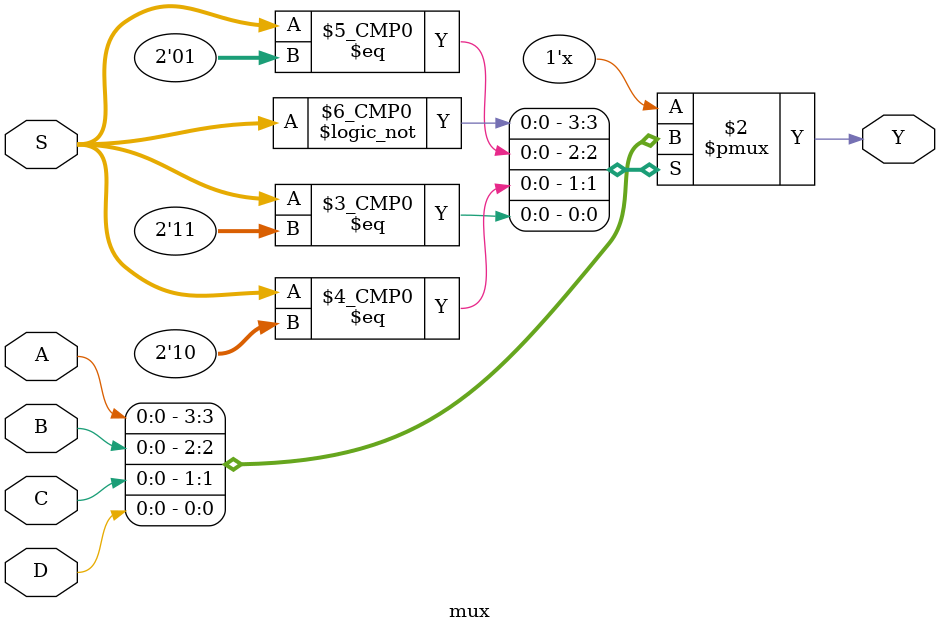
<source format=v>
module mux( 
    input A, B, C, D,
    input [1:0] S,
    output reg Y
);
always @ (*) begin
    case(S)
        2'b00: Y = A;
        2'b01: Y = B;
        2'b10: Y = C;
        2'b11: Y = D;
      default Y = 1'b0;
    endcase
    end
endmodule
</source>
